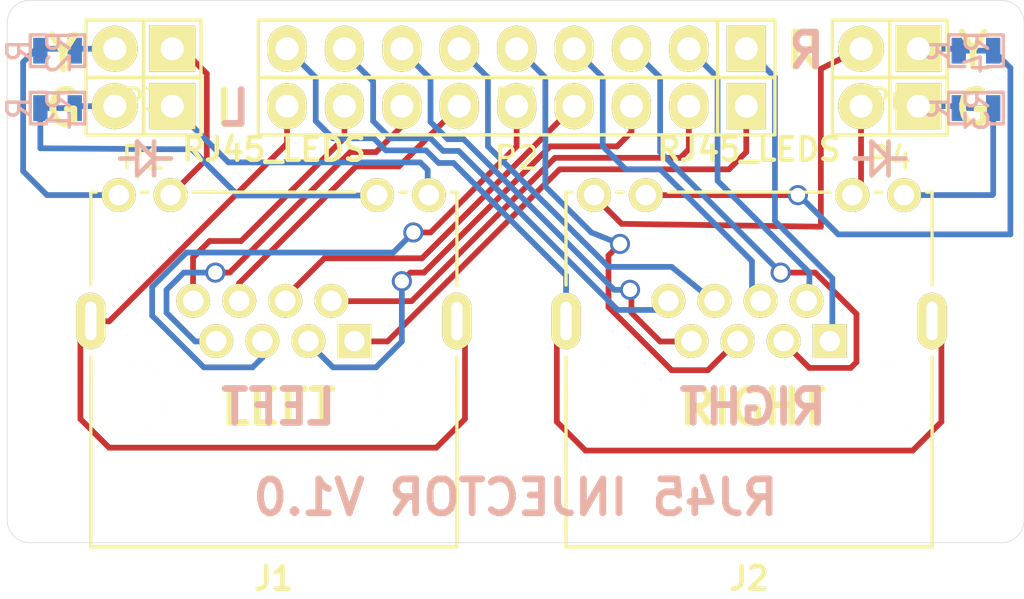
<source format=kicad_pcb>
(kicad_pcb (version 4) (host pcbnew "(2015-01-08 BZR 5360)-product")

  (general
    (links 36)
    (no_connects 0)
    (area 59.50174 59.987299 105.012701 86.6356)
    (thickness 1.6)
    (drawings 45)
    (tracks 201)
    (zones 0)
    (modules 12)
    (nets 27)
  )

  (page A3)
  (layers
    (0 F.Cu signal)
    (31 B.Cu signal)
    (32 B.Adhes user)
    (33 F.Adhes user)
    (34 B.Paste user)
    (35 F.Paste user)
    (36 B.SilkS user)
    (37 F.SilkS user)
    (38 B.Mask user)
    (39 F.Mask user)
    (40 Dwgs.User user)
    (41 Cmts.User user)
    (42 Eco1.User user)
    (43 Eco2.User user)
    (44 Edge.Cuts user)
  )

  (setup
    (last_trace_width 0.254)
    (trace_clearance 0.254)
    (zone_clearance 0.508)
    (zone_45_only no)
    (trace_min 0.254)
    (segment_width 0.2)
    (edge_width 0.0254)
    (via_size 0.889)
    (via_drill 0.635)
    (via_min_size 0.889)
    (via_min_drill 0.508)
    (uvia_size 0.508)
    (uvia_drill 0.127)
    (uvias_allowed no)
    (uvia_min_size 0.508)
    (uvia_min_drill 0.127)
    (pcb_text_width 0.3)
    (pcb_text_size 1.5 1.5)
    (mod_edge_width 0.15)
    (mod_text_size 1 1)
    (mod_text_width 0.15)
    (pad_size 1.1 1.1)
    (pad_drill 1.1)
    (pad_to_mask_clearance 0)
    (aux_axis_origin 0 0)
    (visible_elements FFFCFFBF)
    (pcbplotparams
      (layerselection 0x00030_80000001)
      (usegerberextensions true)
      (excludeedgelayer true)
      (linewidth 0.150000)
      (plotframeref false)
      (viasonmask false)
      (mode 1)
      (useauxorigin false)
      (hpglpennumber 1)
      (hpglpenspeed 20)
      (hpglpendiameter 15)
      (hpglpenoverlay 2)
      (psnegative false)
      (psa4output false)
      (plotreference true)
      (plotvalue true)
      (plotinvisibletext false)
      (padsonsilk false)
      (subtractmaskfromsilk false)
      (outputformat 1)
      (mirror false)
      (drillshape 0)
      (scaleselection 1)
      (outputdirectory ""))
  )

  (net 0 "")
  (net 1 "Net-(J1-Pad1)")
  (net 2 "Net-(J1-Pad3)")
  (net 3 "Net-(J1-Pad2)")
  (net 4 "Net-(J1-Pad4)")
  (net 5 "Net-(J1-Pad5)")
  (net 6 "Net-(J1-Pad6)")
  (net 7 "Net-(J1-Pad7)")
  (net 8 "Net-(J1-Pad8)")
  (net 9 "Net-(J1-PadGA)")
  (net 10 "Net-(J1-PadGK)")
  (net 11 "Net-(J1-PadYA)")
  (net 12 "Net-(J1-PadYK)")
  (net 13 "Net-(J2-Pad1)")
  (net 14 "Net-(J2-Pad3)")
  (net 15 "Net-(J2-Pad2)")
  (net 16 "Net-(J2-Pad4)")
  (net 17 "Net-(J2-Pad5)")
  (net 18 "Net-(J2-Pad6)")
  (net 19 "Net-(J2-Pad7)")
  (net 20 "Net-(J2-Pad8)")
  (net 21 "Net-(J2-PadGA)")
  (net 22 "Net-(J2-PadGK)")
  (net 23 "Net-(J2-PadYA)")
  (net 24 "Net-(J2-PadYK)")
  (net 25 "Net-(J1-Pad13)")
  (net 26 "Net-(J2-Pad13)")

  (net_class Default "This is the default net class."
    (clearance 0.254)
    (trace_width 0.254)
    (via_dia 0.889)
    (via_drill 0.635)
    (uvia_dia 0.508)
    (uvia_drill 0.127)
    (add_net "Net-(J1-Pad1)")
    (add_net "Net-(J1-Pad13)")
    (add_net "Net-(J1-Pad2)")
    (add_net "Net-(J1-Pad3)")
    (add_net "Net-(J1-Pad4)")
    (add_net "Net-(J1-Pad5)")
    (add_net "Net-(J1-Pad6)")
    (add_net "Net-(J1-Pad7)")
    (add_net "Net-(J1-Pad8)")
    (add_net "Net-(J1-PadGA)")
    (add_net "Net-(J1-PadGK)")
    (add_net "Net-(J1-PadYA)")
    (add_net "Net-(J1-PadYK)")
    (add_net "Net-(J2-Pad1)")
    (add_net "Net-(J2-Pad13)")
    (add_net "Net-(J2-Pad2)")
    (add_net "Net-(J2-Pad3)")
    (add_net "Net-(J2-Pad4)")
    (add_net "Net-(J2-Pad5)")
    (add_net "Net-(J2-Pad6)")
    (add_net "Net-(J2-Pad7)")
    (add_net "Net-(J2-Pad8)")
    (add_net "Net-(J2-PadGA)")
    (add_net "Net-(J2-PadGK)")
    (add_net "Net-(J2-PadYA)")
    (add_net "Net-(J2-PadYK)")
  )

  (module Pin_Headers:Pin_Header_Straight_1x02 (layer F.Cu) (tedit 54AF6012) (tstamp 54B35A69)
    (at 66.035 62.145 180)
    (descr "Through hole pin header")
    (tags "pin header")
    (path /54A07FEC)
    (fp_text reference P3 (at 0 -2.286 180) (layer F.SilkS)
      (effects (font (size 1 1) (thickness 0.15)))
    )
    (fp_text value CONN_2 (at 0 0 180) (layer F.SilkS) hide
      (effects (font (size 1 1) (thickness 0.15)))
    )
    (fp_line (start 0 -1.27) (end 0 1.27) (layer F.SilkS) (width 0.15))
    (fp_line (start -2.54 -1.27) (end -2.54 1.27) (layer F.SilkS) (width 0.15))
    (fp_line (start -2.54 1.27) (end 0 1.27) (layer F.SilkS) (width 0.15))
    (fp_line (start 0 1.27) (end 2.54 1.27) (layer F.SilkS) (width 0.15))
    (fp_line (start 2.54 1.27) (end 2.54 -1.27) (layer F.SilkS) (width 0.15))
    (fp_line (start 2.54 -1.27) (end -2.54 -1.27) (layer F.SilkS) (width 0.15))
    (pad 1 thru_hole rect (at -1.27 0 180) (size 2.032 2.032) (drill 1.016) (layers *.Cu *.Mask F.SilkS)
      (net 12 "Net-(J1-PadYK)"))
    (pad 2 thru_hole oval (at 1.27 0 180) (size 2.032 2.032) (drill 1.016) (layers *.Cu *.Mask F.SilkS)
      (net 11 "Net-(J1-PadYA)"))
    (model Pin_Headers/Pin_Header_Straight_1x02.wrl
      (at (xyz 0 0 0))
      (scale (xyz 1 1 1))
      (rotate (xyz 0 0 0))
    )
  )

  (module Pin_Headers:Pin_Header_Straight_1x02 (layer F.Cu) (tedit 54AF6012) (tstamp 54B01781)
    (at 66.035 64.685 180)
    (descr "Through hole pin header")
    (tags "pin header")
    (path /54A07FA0)
    (fp_text reference P1 (at 0 -2.286 180) (layer F.SilkS)
      (effects (font (size 1 1) (thickness 0.15)))
    )
    (fp_text value CONN_2 (at 0 0 180) (layer F.SilkS) hide
      (effects (font (size 1 1) (thickness 0.15)))
    )
    (fp_line (start 0 -1.27) (end 0 1.27) (layer F.SilkS) (width 0.15))
    (fp_line (start -2.54 -1.27) (end -2.54 1.27) (layer F.SilkS) (width 0.15))
    (fp_line (start -2.54 1.27) (end 0 1.27) (layer F.SilkS) (width 0.15))
    (fp_line (start 0 1.27) (end 2.54 1.27) (layer F.SilkS) (width 0.15))
    (fp_line (start 2.54 1.27) (end 2.54 -1.27) (layer F.SilkS) (width 0.15))
    (fp_line (start 2.54 -1.27) (end -2.54 -1.27) (layer F.SilkS) (width 0.15))
    (pad 1 thru_hole rect (at -1.27 0 180) (size 2.032 2.032) (drill 1.016) (layers *.Cu *.Mask F.SilkS)
      (net 10 "Net-(J1-PadGK)"))
    (pad 2 thru_hole oval (at 1.27 0 180) (size 2.032 2.032) (drill 1.016) (layers *.Cu *.Mask F.SilkS)
      (net 9 "Net-(J1-PadGA)"))
    (model Pin_Headers/Pin_Header_Straight_1x02.wrl
      (at (xyz 0 0 0))
      (scale (xyz 1 1 1))
      (rotate (xyz 0 0 0))
    )
  )

  (module Pin_Headers:Pin_Header_Straight_1x09 (layer F.Cu) (tedit 54AF6012) (tstamp 54B01795)
    (at 82.545 64.685 180)
    (descr "Through hole pin header")
    (tags "pin header")
    (path /54A07E0E)
    (fp_text reference P2 (at 0 -2.286 180) (layer F.SilkS)
      (effects (font (size 1 1) (thickness 0.15)))
    )
    (fp_text value CONN_9 (at 0 0 180) (layer F.SilkS) hide
      (effects (font (size 1 1) (thickness 0.15)))
    )
    (fp_line (start -8.89 -1.27) (end 11.43 -1.27) (layer F.SilkS) (width 0.15))
    (fp_line (start 11.43 -1.27) (end 11.43 1.27) (layer F.SilkS) (width 0.15))
    (fp_line (start 11.43 1.27) (end -8.89 1.27) (layer F.SilkS) (width 0.15))
    (fp_line (start -11.43 -1.27) (end -8.89 -1.27) (layer F.SilkS) (width 0.15))
    (fp_line (start -8.89 -1.27) (end -8.89 1.27) (layer F.SilkS) (width 0.15))
    (fp_line (start -11.43 -1.27) (end -11.43 1.27) (layer F.SilkS) (width 0.15))
    (fp_line (start -11.43 1.27) (end -8.89 1.27) (layer F.SilkS) (width 0.15))
    (pad 1 thru_hole rect (at -10.16 0 180) (size 1.7272 2.032) (drill 1.016) (layers *.Cu *.Mask F.SilkS)
      (net 1 "Net-(J1-Pad1)"))
    (pad 2 thru_hole oval (at -7.62 0 180) (size 1.7272 2.032) (drill 1.016) (layers *.Cu *.Mask F.SilkS)
      (net 3 "Net-(J1-Pad2)"))
    (pad 3 thru_hole oval (at -5.08 0 180) (size 1.7272 2.032) (drill 1.016) (layers *.Cu *.Mask F.SilkS)
      (net 2 "Net-(J1-Pad3)"))
    (pad 4 thru_hole oval (at -2.54 0 180) (size 1.7272 2.032) (drill 1.016) (layers *.Cu *.Mask F.SilkS)
      (net 4 "Net-(J1-Pad4)"))
    (pad 5 thru_hole oval (at 0 0 180) (size 1.7272 2.032) (drill 1.016) (layers *.Cu *.Mask F.SilkS)
      (net 5 "Net-(J1-Pad5)"))
    (pad 6 thru_hole oval (at 2.54 0 180) (size 1.7272 2.032) (drill 1.016) (layers *.Cu *.Mask F.SilkS)
      (net 6 "Net-(J1-Pad6)"))
    (pad 7 thru_hole oval (at 5.08 0 180) (size 1.7272 2.032) (drill 1.016) (layers *.Cu *.Mask F.SilkS)
      (net 7 "Net-(J1-Pad7)"))
    (pad 8 thru_hole oval (at 7.62 0 180) (size 1.7272 2.032) (drill 1.016) (layers *.Cu *.Mask F.SilkS)
      (net 8 "Net-(J1-Pad8)"))
    (pad 9 thru_hole oval (at 10.16 0 180) (size 1.7272 2.032) (drill 1.016) (layers *.Cu *.Mask F.SilkS)
      (net 25 "Net-(J1-Pad13)"))
    (model Pin_Headers/Pin_Header_Straight_1x09.wrl
      (at (xyz 0 0 0))
      (scale (xyz 1 1 1))
      (rotate (xyz 0 0 0))
    )
  )

  (module Pin_Headers:Pin_Header_Straight_1x02 (layer F.Cu) (tedit 54AF6012) (tstamp 54B017A1)
    (at 99.055 64.685 180)
    (descr "Through hole pin header")
    (tags "pin header")
    (path /54A07FFB)
    (fp_text reference P4 (at 0 -2.286 180) (layer F.SilkS)
      (effects (font (size 1 1) (thickness 0.15)))
    )
    (fp_text value CONN_2 (at 0 0 180) (layer F.SilkS) hide
      (effects (font (size 1 1) (thickness 0.15)))
    )
    (fp_line (start 0 -1.27) (end 0 1.27) (layer F.SilkS) (width 0.15))
    (fp_line (start -2.54 -1.27) (end -2.54 1.27) (layer F.SilkS) (width 0.15))
    (fp_line (start -2.54 1.27) (end 0 1.27) (layer F.SilkS) (width 0.15))
    (fp_line (start 0 1.27) (end 2.54 1.27) (layer F.SilkS) (width 0.15))
    (fp_line (start 2.54 1.27) (end 2.54 -1.27) (layer F.SilkS) (width 0.15))
    (fp_line (start 2.54 -1.27) (end -2.54 -1.27) (layer F.SilkS) (width 0.15))
    (pad 1 thru_hole rect (at -1.27 0 180) (size 2.032 2.032) (drill 1.016) (layers *.Cu *.Mask F.SilkS)
      (net 22 "Net-(J2-PadGK)"))
    (pad 2 thru_hole oval (at 1.27 0 180) (size 2.032 2.032) (drill 1.016) (layers *.Cu *.Mask F.SilkS)
      (net 21 "Net-(J2-PadGA)"))
    (model Pin_Headers/Pin_Header_Straight_1x02.wrl
      (at (xyz 0 0 0))
      (scale (xyz 1 1 1))
      (rotate (xyz 0 0 0))
    )
  )

  (module Pin_Headers:Pin_Header_Straight_1x09 (layer F.Cu) (tedit 54AF6012) (tstamp 54B017B5)
    (at 82.545 62.145 180)
    (descr "Through hole pin header")
    (tags "pin header")
    (path /54A07E1D)
    (fp_text reference P5 (at 0 -2.286 180) (layer F.SilkS)
      (effects (font (size 1 1) (thickness 0.15)))
    )
    (fp_text value CONN_9 (at 0 0 180) (layer F.SilkS) hide
      (effects (font (size 1 1) (thickness 0.15)))
    )
    (fp_line (start -8.89 -1.27) (end 11.43 -1.27) (layer F.SilkS) (width 0.15))
    (fp_line (start 11.43 -1.27) (end 11.43 1.27) (layer F.SilkS) (width 0.15))
    (fp_line (start 11.43 1.27) (end -8.89 1.27) (layer F.SilkS) (width 0.15))
    (fp_line (start -11.43 -1.27) (end -8.89 -1.27) (layer F.SilkS) (width 0.15))
    (fp_line (start -8.89 -1.27) (end -8.89 1.27) (layer F.SilkS) (width 0.15))
    (fp_line (start -11.43 -1.27) (end -11.43 1.27) (layer F.SilkS) (width 0.15))
    (fp_line (start -11.43 1.27) (end -8.89 1.27) (layer F.SilkS) (width 0.15))
    (pad 1 thru_hole rect (at -10.16 0 180) (size 1.7272 2.032) (drill 1.016) (layers *.Cu *.Mask F.SilkS)
      (net 13 "Net-(J2-Pad1)"))
    (pad 2 thru_hole oval (at -7.62 0 180) (size 1.7272 2.032) (drill 1.016) (layers *.Cu *.Mask F.SilkS)
      (net 15 "Net-(J2-Pad2)"))
    (pad 3 thru_hole oval (at -5.08 0 180) (size 1.7272 2.032) (drill 1.016) (layers *.Cu *.Mask F.SilkS)
      (net 14 "Net-(J2-Pad3)"))
    (pad 4 thru_hole oval (at -2.54 0 180) (size 1.7272 2.032) (drill 1.016) (layers *.Cu *.Mask F.SilkS)
      (net 16 "Net-(J2-Pad4)"))
    (pad 5 thru_hole oval (at 0 0 180) (size 1.7272 2.032) (drill 1.016) (layers *.Cu *.Mask F.SilkS)
      (net 17 "Net-(J2-Pad5)"))
    (pad 6 thru_hole oval (at 2.54 0 180) (size 1.7272 2.032) (drill 1.016) (layers *.Cu *.Mask F.SilkS)
      (net 18 "Net-(J2-Pad6)"))
    (pad 7 thru_hole oval (at 5.08 0 180) (size 1.7272 2.032) (drill 1.016) (layers *.Cu *.Mask F.SilkS)
      (net 19 "Net-(J2-Pad7)"))
    (pad 8 thru_hole oval (at 7.62 0 180) (size 1.7272 2.032) (drill 1.016) (layers *.Cu *.Mask F.SilkS)
      (net 20 "Net-(J2-Pad8)"))
    (pad 9 thru_hole oval (at 10.16 0 180) (size 1.7272 2.032) (drill 1.016) (layers *.Cu *.Mask F.SilkS)
      (net 26 "Net-(J2-Pad13)"))
    (model Pin_Headers/Pin_Header_Straight_1x09.wrl
      (at (xyz 0 0 0))
      (scale (xyz 1 1 1))
      (rotate (xyz 0 0 0))
    )
  )

  (module Pin_Headers:Pin_Header_Straight_1x02 (layer F.Cu) (tedit 54AF6012) (tstamp 54B017C1)
    (at 99.055 62.145 180)
    (descr "Through hole pin header")
    (tags "pin header")
    (path /54A0800A)
    (fp_text reference P6 (at 0 -2.286 180) (layer F.SilkS)
      (effects (font (size 1 1) (thickness 0.15)))
    )
    (fp_text value CONN_2 (at 0 0 180) (layer F.SilkS) hide
      (effects (font (size 1 1) (thickness 0.15)))
    )
    (fp_line (start 0 -1.27) (end 0 1.27) (layer F.SilkS) (width 0.15))
    (fp_line (start -2.54 -1.27) (end -2.54 1.27) (layer F.SilkS) (width 0.15))
    (fp_line (start -2.54 1.27) (end 0 1.27) (layer F.SilkS) (width 0.15))
    (fp_line (start 0 1.27) (end 2.54 1.27) (layer F.SilkS) (width 0.15))
    (fp_line (start 2.54 1.27) (end 2.54 -1.27) (layer F.SilkS) (width 0.15))
    (fp_line (start 2.54 -1.27) (end -2.54 -1.27) (layer F.SilkS) (width 0.15))
    (pad 1 thru_hole rect (at -1.27 0 180) (size 2.032 2.032) (drill 1.016) (layers *.Cu *.Mask F.SilkS)
      (net 24 "Net-(J2-PadYK)"))
    (pad 2 thru_hole oval (at 1.27 0 180) (size 2.032 2.032) (drill 1.016) (layers *.Cu *.Mask F.SilkS)
      (net 23 "Net-(J2-PadYA)"))
    (model Pin_Headers/Pin_Header_Straight_1x02.wrl
      (at (xyz 0 0 0))
      (scale (xyz 1 1 1))
      (rotate (xyz 0 0 0))
    )
  )

  (module SMD_Packages:SMD-0603_r (layer B.Cu) (tedit 54B09A14) (tstamp 54B359B3)
    (at 62.23 64.77)
    (path /54B0A2CA)
    (attr smd)
    (fp_text reference R1 (at 0.0635 0.0635 270) (layer B.SilkS)
      (effects (font (size 1 1) (thickness 0.15)) (justify mirror))
    )
    (fp_text value R (at -1.69926 0 270) (layer B.SilkS)
      (effects (font (size 1 1) (thickness 0.15)) (justify mirror))
    )
    (fp_line (start -0.50038 0.6985) (end -1.2065 0.6985) (layer B.SilkS) (width 0.15))
    (fp_line (start -1.2065 0.6985) (end -1.2065 -0.6985) (layer B.SilkS) (width 0.15))
    (fp_line (start -1.2065 -0.6985) (end -0.50038 -0.6985) (layer B.SilkS) (width 0.15))
    (fp_line (start 1.2065 0.6985) (end 0.50038 0.6985) (layer B.SilkS) (width 0.15))
    (fp_line (start 1.2065 0.6985) (end 1.2065 -0.6985) (layer B.SilkS) (width 0.15))
    (fp_line (start 1.2065 -0.6985) (end 0.50038 -0.6985) (layer B.SilkS) (width 0.15))
    (pad 1 smd rect (at -0.762 0) (size 0.635 1.143) (layers B.Cu B.Paste B.Mask)
      (net 9 "Net-(J1-PadGA)"))
    (pad 2 smd rect (at 0.762 0) (size 0.635 1.143) (layers B.Cu B.Paste B.Mask)
      (net 9 "Net-(J1-PadGA)"))
    (model SMD_Packages/SMD-0603_r.wrl
      (at (xyz 0 0 0.001))
      (scale (xyz 0.5 0.5 0.5))
      (rotate (xyz 0 0 0))
    )
  )

  (module SMD_Packages:SMD-0603_r (layer B.Cu) (tedit 54B09A14) (tstamp 54B359BF)
    (at 62.23 62.23)
    (path /54B0A2A2)
    (attr smd)
    (fp_text reference R2 (at 0.0635 0.0635 270) (layer B.SilkS)
      (effects (font (size 1 1) (thickness 0.15)) (justify mirror))
    )
    (fp_text value R (at -1.69926 0 270) (layer B.SilkS)
      (effects (font (size 1 1) (thickness 0.15)) (justify mirror))
    )
    (fp_line (start -0.50038 0.6985) (end -1.2065 0.6985) (layer B.SilkS) (width 0.15))
    (fp_line (start -1.2065 0.6985) (end -1.2065 -0.6985) (layer B.SilkS) (width 0.15))
    (fp_line (start -1.2065 -0.6985) (end -0.50038 -0.6985) (layer B.SilkS) (width 0.15))
    (fp_line (start 1.2065 0.6985) (end 0.50038 0.6985) (layer B.SilkS) (width 0.15))
    (fp_line (start 1.2065 0.6985) (end 1.2065 -0.6985) (layer B.SilkS) (width 0.15))
    (fp_line (start 1.2065 -0.6985) (end 0.50038 -0.6985) (layer B.SilkS) (width 0.15))
    (pad 1 smd rect (at -0.762 0) (size 0.635 1.143) (layers B.Cu B.Paste B.Mask)
      (net 11 "Net-(J1-PadYA)"))
    (pad 2 smd rect (at 0.762 0) (size 0.635 1.143) (layers B.Cu B.Paste B.Mask)
      (net 11 "Net-(J1-PadYA)"))
    (model SMD_Packages/SMD-0603_r.wrl
      (at (xyz 0 0 0.001))
      (scale (xyz 0.5 0.5 0.5))
      (rotate (xyz 0 0 0))
    )
  )

  (module SMD_Packages:SMD-0603_r (layer B.Cu) (tedit 54B09A14) (tstamp 54B359CB)
    (at 102.87 64.77)
    (path /54B0A24D)
    (attr smd)
    (fp_text reference R3 (at 0.0635 0.0635 270) (layer B.SilkS)
      (effects (font (size 1 1) (thickness 0.15)) (justify mirror))
    )
    (fp_text value R (at -1.69926 0 270) (layer B.SilkS)
      (effects (font (size 1 1) (thickness 0.15)) (justify mirror))
    )
    (fp_line (start -0.50038 0.6985) (end -1.2065 0.6985) (layer B.SilkS) (width 0.15))
    (fp_line (start -1.2065 0.6985) (end -1.2065 -0.6985) (layer B.SilkS) (width 0.15))
    (fp_line (start -1.2065 -0.6985) (end -0.50038 -0.6985) (layer B.SilkS) (width 0.15))
    (fp_line (start 1.2065 0.6985) (end 0.50038 0.6985) (layer B.SilkS) (width 0.15))
    (fp_line (start 1.2065 0.6985) (end 1.2065 -0.6985) (layer B.SilkS) (width 0.15))
    (fp_line (start 1.2065 -0.6985) (end 0.50038 -0.6985) (layer B.SilkS) (width 0.15))
    (pad 1 smd rect (at -0.762 0) (size 0.635 1.143) (layers B.Cu B.Paste B.Mask)
      (net 22 "Net-(J2-PadGK)"))
    (pad 2 smd rect (at 0.762 0) (size 0.635 1.143) (layers B.Cu B.Paste B.Mask)
      (net 22 "Net-(J2-PadGK)"))
    (model SMD_Packages/SMD-0603_r.wrl
      (at (xyz 0 0 0.001))
      (scale (xyz 0.5 0.5 0.5))
      (rotate (xyz 0 0 0))
    )
  )

  (module SMD_Packages:SMD-0603_r (layer B.Cu) (tedit 54B09A14) (tstamp 54B359D7)
    (at 102.87 62.23)
    (path /54B0A219)
    (attr smd)
    (fp_text reference R4 (at 0.0635 0.0635 270) (layer B.SilkS)
      (effects (font (size 1 1) (thickness 0.15)) (justify mirror))
    )
    (fp_text value R (at -1.69926 0 270) (layer B.SilkS)
      (effects (font (size 1 1) (thickness 0.15)) (justify mirror))
    )
    (fp_line (start -0.50038 0.6985) (end -1.2065 0.6985) (layer B.SilkS) (width 0.15))
    (fp_line (start -1.2065 0.6985) (end -1.2065 -0.6985) (layer B.SilkS) (width 0.15))
    (fp_line (start -1.2065 -0.6985) (end -0.50038 -0.6985) (layer B.SilkS) (width 0.15))
    (fp_line (start 1.2065 0.6985) (end 0.50038 0.6985) (layer B.SilkS) (width 0.15))
    (fp_line (start 1.2065 0.6985) (end 1.2065 -0.6985) (layer B.SilkS) (width 0.15))
    (fp_line (start 1.2065 -0.6985) (end 0.50038 -0.6985) (layer B.SilkS) (width 0.15))
    (pad 1 smd rect (at -0.762 0) (size 0.635 1.143) (layers B.Cu B.Paste B.Mask)
      (net 24 "Net-(J2-PadYK)"))
    (pad 2 smd rect (at 0.762 0) (size 0.635 1.143) (layers B.Cu B.Paste B.Mask)
      (net 24 "Net-(J2-PadYK)"))
    (model SMD_Packages/SMD-0603_r.wrl
      (at (xyz 0 0 0.001))
      (scale (xyz 0.5 0.5 0.5))
      (rotate (xyz 0 0 0))
    )
  )

  (module Connectors:RJ45_LEDs (layer F.Cu) (tedit 54B1DC7D) (tstamp 54B0186A)
    (at 96.4 75.08 180)
    (tags RJ45)
    (path /54AF6193)
    (fp_text reference J2 (at 3.57 -10.5 360) (layer F.SilkS)
      (effects (font (size 1 1) (thickness 0.2032)))
    )
    (fp_text value RJ45_LEDS (at 3.57 8.48 360) (layer F.SilkS)
      (effects (font (size 1.00076 1.00076) (thickness 0.2032)))
    )
    (fp_line (start -4.29 6.59) (end -4.53 6.59) (layer F.SilkS) (width 0.15))
    (fp_line (start -2 6.59) (end -2.29 6.59) (layer F.SilkS) (width 0.15))
    (fp_line (start 7.14 6.59) (end -0.01 6.59) (layer F.SilkS) (width 0.15))
    (fp_line (start 11.43 6.59) (end 11.67 6.59) (layer F.SilkS) (width 0.15))
    (fp_line (start 9.43 6.59) (end 9.14 6.59) (layer F.SilkS) (width 0.15))
    (fp_line (start -4.53 2.48) (end -4.53 6.59) (layer F.SilkS) (width 0.15))
    (fp_line (start 11.67 6.59) (end 11.67 2.48) (layer F.SilkS) (width 0.15))
    (fp_line (start 11.67 -0.7) (end 11.67 -9.11) (layer F.SilkS) (width 0.15))
    (fp_line (start 11.67 -9.11) (end -4.53 -9.11) (layer F.SilkS) (width 0.15))
    (fp_line (start -4.53 -9.11) (end -4.53 -0.7) (layer F.SilkS) (width 0.15))
    (pad 1 thru_hole rect (at 0 0) (size 1.5 1.5) (drill 0.9) (layers *.Cu *.Mask F.SilkS)
      (net 13 "Net-(J2-Pad1)"))
    (pad 2 thru_hole circle (at 1.02 1.78) (size 1.5 1.5) (drill 0.9) (layers *.Cu *.Mask F.SilkS)
      (net 15 "Net-(J2-Pad2)"))
    (pad 3 thru_hole circle (at 2.04 0) (size 1.5 1.5) (drill 0.9) (layers *.Cu *.Mask F.SilkS)
      (net 14 "Net-(J2-Pad3)"))
    (pad 4 thru_hole circle (at 3.06 1.78) (size 1.5 1.5) (drill 0.9) (layers *.Cu *.Mask F.SilkS)
      (net 16 "Net-(J2-Pad4)"))
    (pad 5 thru_hole circle (at 4.08 0) (size 1.5 1.5) (drill 0.9) (layers *.Cu *.Mask F.SilkS)
      (net 17 "Net-(J2-Pad5)"))
    (pad 6 thru_hole circle (at 5.1 1.78) (size 1.5 1.5) (drill 0.9) (layers *.Cu *.Mask F.SilkS)
      (net 18 "Net-(J2-Pad6)"))
    (pad 7 thru_hole circle (at 6.12 0) (size 1.5 1.5) (drill 0.9) (layers *.Cu *.Mask F.SilkS)
      (net 19 "Net-(J2-Pad7)"))
    (pad 8 thru_hole circle (at 7.14 1.78) (size 1.5 1.5) (drill 0.9) (layers *.Cu *.Mask F.SilkS)
      (net 20 "Net-(J2-Pad8)"))
    (pad 13 thru_hole oval (at -4.53 0.89) (size 1.3 2.5) (drill oval 0.5 1.7) (layers *.Cu *.Mask F.SilkS)
      (net 26 "Net-(J2-Pad13)"))
    (pad 13 thru_hole oval (at 11.67 0.89) (size 1.3 2.5) (drill oval 0.5 1.7) (layers *.Cu *.Mask F.SilkS)
      (net 26 "Net-(J2-Pad13)"))
    (pad GA thru_hole circle (at -1 6.46) (size 1.5 1.5) (drill 0.9) (layers *.Cu *.Mask F.SilkS)
      (net 21 "Net-(J2-PadGA)"))
    (pad "" np_thru_hole circle (at -2.78 -2.54) (size 3.25 3.25) (drill 3.25) (layers *.Cu *.Mask F.SilkS))
    (pad "" np_thru_hole circle (at 9.92 -2.54) (size 3.25 3.25) (drill 3.25) (layers *.Cu *.Mask F.SilkS))
    (pad GK thru_hole circle (at -3.29 6.46) (size 1.5 1.5) (drill 0.9) (layers *.Cu *.Mask F.SilkS)
      (net 22 "Net-(J2-PadGK)"))
    (pad YA thru_hole circle (at 10.43 6.46) (size 1.5 1.5) (drill 0.9) (layers *.Cu *.Mask F.SilkS)
      (net 23 "Net-(J2-PadYA)"))
    (pad YK thru_hole circle (at 8.14 6.46) (size 1.5 1.5) (drill 0.9) (layers *.Cu *.Mask F.SilkS)
      (net 24 "Net-(J2-PadYK)"))
  )

  (module Connectors:RJ45_LEDs (layer F.Cu) (tedit 54B1DC7D) (tstamp 54B167F9)
    (at 75.37 75.08 180)
    (tags RJ45)
    (path /54AF6093)
    (fp_text reference J1 (at 3.57 -10.5 360) (layer F.SilkS)
      (effects (font (size 1 1) (thickness 0.2032)))
    )
    (fp_text value RJ45_LEDS (at 3.57 8.48 360) (layer F.SilkS)
      (effects (font (size 1.00076 1.00076) (thickness 0.2032)))
    )
    (fp_line (start -4.29 6.59) (end -4.53 6.59) (layer F.SilkS) (width 0.15))
    (fp_line (start -2 6.59) (end -2.29 6.59) (layer F.SilkS) (width 0.15))
    (fp_line (start 7.14 6.59) (end -0.01 6.59) (layer F.SilkS) (width 0.15))
    (fp_line (start 11.43 6.59) (end 11.67 6.59) (layer F.SilkS) (width 0.15))
    (fp_line (start 9.43 6.59) (end 9.14 6.59) (layer F.SilkS) (width 0.15))
    (fp_line (start -4.53 2.48) (end -4.53 6.59) (layer F.SilkS) (width 0.15))
    (fp_line (start 11.67 6.59) (end 11.67 2.48) (layer F.SilkS) (width 0.15))
    (fp_line (start 11.67 -0.7) (end 11.67 -9.11) (layer F.SilkS) (width 0.15))
    (fp_line (start 11.67 -9.11) (end -4.53 -9.11) (layer F.SilkS) (width 0.15))
    (fp_line (start -4.53 -9.11) (end -4.53 -0.7) (layer F.SilkS) (width 0.15))
    (pad 1 thru_hole rect (at 0 0) (size 1.5 1.5) (drill 0.9) (layers *.Cu *.Mask F.SilkS)
      (net 1 "Net-(J1-Pad1)"))
    (pad 2 thru_hole circle (at 1.02 1.78) (size 1.5 1.5) (drill 0.9) (layers *.Cu *.Mask F.SilkS)
      (net 3 "Net-(J1-Pad2)"))
    (pad 3 thru_hole circle (at 2.04 0) (size 1.5 1.5) (drill 0.9) (layers *.Cu *.Mask F.SilkS)
      (net 2 "Net-(J1-Pad3)"))
    (pad 4 thru_hole circle (at 3.06 1.78) (size 1.5 1.5) (drill 0.9) (layers *.Cu *.Mask F.SilkS)
      (net 4 "Net-(J1-Pad4)"))
    (pad 5 thru_hole circle (at 4.08 0) (size 1.5 1.5) (drill 0.9) (layers *.Cu *.Mask F.SilkS)
      (net 5 "Net-(J1-Pad5)"))
    (pad 6 thru_hole circle (at 5.1 1.78) (size 1.5 1.5) (drill 0.9) (layers *.Cu *.Mask F.SilkS)
      (net 6 "Net-(J1-Pad6)"))
    (pad 7 thru_hole circle (at 6.12 0) (size 1.5 1.5) (drill 0.9) (layers *.Cu *.Mask F.SilkS)
      (net 7 "Net-(J1-Pad7)"))
    (pad 8 thru_hole circle (at 7.14 1.78) (size 1.5 1.5) (drill 0.9) (layers *.Cu *.Mask F.SilkS)
      (net 8 "Net-(J1-Pad8)"))
    (pad 13 thru_hole oval (at -4.53 0.89) (size 1.3 2.5) (drill oval 0.5 1.7) (layers *.Cu *.Mask F.SilkS)
      (net 25 "Net-(J1-Pad13)"))
    (pad 13 thru_hole oval (at 11.67 0.89) (size 1.3 2.5) (drill oval 0.5 1.7) (layers *.Cu *.Mask F.SilkS)
      (net 25 "Net-(J1-Pad13)"))
    (pad GA thru_hole circle (at -1 6.46) (size 1.5 1.5) (drill 0.9) (layers *.Cu *.Mask F.SilkS)
      (net 9 "Net-(J1-PadGA)"))
    (pad "" np_thru_hole circle (at -2.78 -2.54) (size 3.25 3.25) (drill 3.25) (layers *.Cu *.Mask F.SilkS))
    (pad "" np_thru_hole circle (at 9.92 -2.54) (size 3.25 3.25) (drill 3.25) (layers *.Cu *.Mask F.SilkS))
    (pad GK thru_hole circle (at -3.29 6.46) (size 1.5 1.5) (drill 0.9) (layers *.Cu *.Mask F.SilkS)
      (net 10 "Net-(J1-PadGK)"))
    (pad YA thru_hole circle (at 10.43 6.46) (size 1.5 1.5) (drill 0.9) (layers *.Cu *.Mask F.SilkS)
      (net 11 "Net-(J1-PadYA)"))
    (pad YK thru_hole circle (at 8.14 6.46) (size 1.5 1.5) (drill 0.9) (layers *.Cu *.Mask F.SilkS)
      (net 12 "Net-(J1-PadYK)"))
  )

  (gr_line (start 105 61) (end 105 83) (angle 90) (layer Edge.Cuts) (width 0.0254))
  (gr_line (start 61 60) (end 104 60) (angle 90) (layer Edge.Cuts) (width 0.0254))
  (gr_line (start 60 83) (end 60 61) (angle 90) (layer Edge.Cuts) (width 0.0254))
  (gr_line (start 104 84) (end 61 84) (angle 90) (layer Edge.Cuts) (width 0.0254))
  (gr_arc (start 61 83) (end 61 84) (angle 90) (layer Edge.Cuts) (width 0.0254))
  (gr_arc (start 104 83) (end 105 83) (angle 90) (layer Edge.Cuts) (width 0.0254))
  (gr_arc (start 61 61) (end 60 61) (angle 90) (layer Edge.Cuts) (width 0.0254))
  (gr_arc (start 104 61) (end 104 60) (angle 90) (layer Edge.Cuts) (width 0.0254))
  (gr_text "RJ45 INJECTOR V1.0\n" (at 82.5 82) (layer B.SilkS)
    (effects (font (size 1.5 1.5) (thickness 0.3)) (justify mirror))
  )
  (gr_line (start 98.25 66.25) (end 99 67) (angle 90) (layer F.SilkS) (width 0.2) (tstamp 54B16234))
  (gr_line (start 99 67) (end 98.25 67.75) (angle 90) (layer F.SilkS) (width 0.2) (tstamp 54B16233))
  (gr_line (start 98.25 67.75) (end 98.25 66.25) (angle 90) (layer F.SilkS) (width 0.2) (tstamp 54B16232))
  (gr_line (start 99 66.25) (end 99 67.75) (angle 90) (layer F.SilkS) (width 0.2) (tstamp 54B16231))
  (gr_line (start 99 67) (end 99.75 67) (angle 90) (layer F.SilkS) (width 0.2) (tstamp 54B16230))
  (gr_line (start 98.25 67) (end 97.5 67) (angle 90) (layer F.SilkS) (width 0.2) (tstamp 54B1622F))
  (gr_line (start 98.25 67) (end 97.5 67) (angle 90) (layer B.SilkS) (width 0.2) (tstamp 54B1622E))
  (gr_line (start 99 67) (end 99.75 67) (angle 90) (layer B.SilkS) (width 0.2) (tstamp 54B1622D))
  (gr_line (start 99 67.75) (end 99 66.25) (angle 90) (layer B.SilkS) (width 0.2) (tstamp 54B1622C))
  (gr_line (start 98.25 66.25) (end 98.25 67.75) (angle 90) (layer B.SilkS) (width 0.2) (tstamp 54B1622B))
  (gr_line (start 99 67) (end 98.25 66.25) (angle 90) (layer B.SilkS) (width 0.2) (tstamp 54B1622A))
  (gr_line (start 98.25 67.75) (end 99 67) (angle 90) (layer B.SilkS) (width 0.2) (tstamp 54B16229))
  (gr_line (start 65.75 67.75) (end 66.5 67) (angle 90) (layer B.SilkS) (width 0.2) (tstamp 54B16202))
  (gr_line (start 66.5 67) (end 65.75 66.25) (angle 90) (layer B.SilkS) (width 0.2) (tstamp 54B16203))
  (gr_line (start 65.75 66.25) (end 65.75 67.75) (angle 90) (layer B.SilkS) (width 0.2) (tstamp 54B16204))
  (gr_line (start 66.5 67.75) (end 66.5 66.25) (angle 90) (layer B.SilkS) (width 0.2) (tstamp 54B16205))
  (gr_line (start 66.5 67) (end 67.25 67) (angle 90) (layer B.SilkS) (width 0.2) (tstamp 54B16206))
  (gr_line (start 65.75 67) (end 65 67) (angle 90) (layer B.SilkS) (width 0.2) (tstamp 54B16207))
  (gr_line (start 65.75 67) (end 65 67) (angle 90) (layer F.SilkS) (width 0.2))
  (gr_line (start 66.5 67) (end 67.25 67) (angle 90) (layer F.SilkS) (width 0.2))
  (gr_line (start 66.5 66.25) (end 66.5 67.75) (angle 90) (layer F.SilkS) (width 0.2))
  (gr_line (start 65.75 67.75) (end 65.75 66.25) (angle 90) (layer F.SilkS) (width 0.2))
  (gr_line (start 66.5 67) (end 65.75 67.75) (angle 90) (layer F.SilkS) (width 0.2))
  (gr_line (start 65.75 66.25) (end 66.5 67) (angle 90) (layer F.SilkS) (width 0.2))
  (gr_text G (at 102.743 64.77) (layer F.SilkS)
    (effects (font (size 1.5 1.5) (thickness 0.3)))
  )
  (gr_text Y (at 102.743 62.23) (layer F.SilkS)
    (effects (font (size 1.5 1.5) (thickness 0.3)))
  )
  (gr_text G (at 62.484 64.77) (layer F.SilkS)
    (effects (font (size 1.5 1.5) (thickness 0.3)))
  )
  (gr_text "Y\n" (at 62.484 62.357) (layer F.SilkS)
    (effects (font (size 1.5 1.5) (thickness 0.3)))
  )
  (gr_text R (at 95.377 62.23) (layer B.SilkS)
    (effects (font (size 1.5 1.5) (thickness 0.3)) (justify mirror))
  )
  (gr_text L (at 70.104 64.77) (layer B.SilkS)
    (effects (font (size 1.5 1.5) (thickness 0.3)) (justify mirror))
  )
  (gr_text LEFT (at 72 78) (layer B.SilkS)
    (effects (font (size 1.5 1.5) (thickness 0.3)) (justify mirror))
  )
  (gr_text RIGHT (at 93 78) (layer B.SilkS)
    (effects (font (size 1.5 1.5) (thickness 0.3)) (justify mirror))
  )
  (gr_text RIGHT (at 93 78) (layer F.SilkS)
    (effects (font (size 1.5 1.5) (thickness 0.3)))
  )
  (gr_text "LEFT\n" (at 72 78) (layer F.SilkS)
    (effects (font (size 1.5 1.5) (thickness 0.3)))
  )
  (gr_text R (at 95.25 62.23) (layer F.SilkS)
    (effects (font (size 1.5 1.5) (thickness 0.3)))
  )
  (gr_text L (at 69.85 64.77) (layer F.SilkS)
    (effects (font (size 1.5 1.5) (thickness 0.3)))
  )

  (segment (start 75.365 75.095) (end 76.834 75.095) (width 0.254) (layer F.Cu) (net 1) (status 10))
  (segment (start 76.834 75.095) (end 84.45 67.479) (width 0.254) (layer F.Cu) (net 1) (tstamp 54AE30ED))
  (segment (start 84.45 67.479) (end 91.943 67.479) (width 0.254) (layer F.Cu) (net 1) (tstamp 54AE30EF))
  (segment (start 91.943 67.479) (end 92.705 66.717) (width 0.254) (layer F.Cu) (net 1) (tstamp 54AE30F1))
  (segment (start 92.705 66.717) (end 92.705 64.685) (width 0.254) (layer F.Cu) (net 1) (tstamp 54AE30F2) (status 20))
  (segment (start 73.325 75.15) (end 74.417 76.242) (width 0.254) (layer B.Cu) (net 2) (tstamp 54AE310E) (status 10))
  (segment (start 73.325 75.095) (end 73.325 75.15) (width 0.254) (layer B.Cu) (net 2) (status 30))
  (segment (start 74.417 76.242) (end 76.322 76.242) (width 0.254) (layer B.Cu) (net 2) (tstamp 54AE310F))
  (segment (start 78.441152 72.051) (end 84.029156 66.462996) (width 0.254) (layer F.Cu) (net 2) (tstamp 54AE3117))
  (segment (start 77.465 72.432) (end 77.846 72.051) (width 0.254) (layer F.Cu) (net 2) (tstamp 54AE3115))
  (segment (start 77.846 72.051) (end 78.441152 72.051) (width 0.254) (layer F.Cu) (net 2) (tstamp 54AE3116))
  (segment (start 76.322 76.242) (end 77.465 75.099) (width 0.254) (layer B.Cu) (net 2) (tstamp 54AE3111))
  (segment (start 77.465 75.099) (end 77.465 72.432) (width 0.254) (layer B.Cu) (net 2) (tstamp 54AE3112))
  (via (at 77.465 72.432) (size 0.889) (layers F.Cu B.Cu) (net 2))
  (segment (start 87.625 65.827996) (end 87.625 64.685) (width 0.254) (layer F.Cu) (net 2) (tstamp 54AE311B) (status 20))
  (segment (start 86.99 66.462996) (end 87.625 65.827996) (width 0.254) (layer F.Cu) (net 2) (tstamp 54AE311A))
  (segment (start 84.029156 66.462996) (end 86.99 66.462996) (width 0.254) (layer F.Cu) (net 2) (tstamp 54AE3118))
  (segment (start 74.345 73.315) (end 77.895576 73.315) (width 0.254) (layer F.Cu) (net 3) (status 10))
  (segment (start 77.895576 73.315) (end 84.239578 66.970998) (width 0.254) (layer F.Cu) (net 3) (tstamp 54AE30F8))
  (segment (start 90.165 66.589998) (end 90.165 64.685) (width 0.254) (layer F.Cu) (net 3) (tstamp 54AE30FC) (status 20))
  (segment (start 84.239578 66.970998) (end 89.784 66.970998) (width 0.254) (layer F.Cu) (net 3) (tstamp 54AE30FA))
  (segment (start 89.784 66.970998) (end 90.165 66.589998) (width 0.254) (layer F.Cu) (net 3) (tstamp 54AE30FB))
  (segment (start 72.305 73.147) (end 74.036 71.416) (width 0.254) (layer F.Cu) (net 4) (tstamp 54AE3143) (status 10))
  (segment (start 72.305 73.315) (end 72.305 73.147) (width 0.254) (layer F.Cu) (net 4) (status 30))
  (segment (start 74.036 71.416) (end 78.357728 71.416) (width 0.254) (layer F.Cu) (net 4) (tstamp 54AE3144))
  (segment (start 78.357728 71.416) (end 85.085 64.688728) (width 0.254) (layer F.Cu) (net 4) (tstamp 54AE3148) (status 20))
  (segment (start 85.085 64.688728) (end 85.085 64.685) (width 0.254) (layer F.Cu) (net 4) (tstamp 54AE314B) (status 30))
  (segment (start 78.735 70.273) (end 77.973 70.273) (width 0.254) (layer F.Cu) (net 5) (tstamp 54AE31A6))
  (segment (start 82.545 66.463) (end 78.735 70.273) (width 0.254) (layer F.Cu) (net 5) (tstamp 54AE31A1))
  (via (at 77.973 70.273) (size 0.889) (layers F.Cu B.Cu) (net 5))
  (segment (start 77.084 71.162) (end 77.973 70.273) (width 0.254) (layer B.Cu) (net 5) (tstamp 54AE3242))
  (segment (start 71.285 75.818) (end 70.861 76.242) (width 0.254) (layer B.Cu) (net 5) (tstamp 54AE322E) (status 10))
  (segment (start 70.861 76.242) (end 68.702 76.242) (width 0.254) (layer B.Cu) (net 5) (tstamp 54AE3230))
  (segment (start 71.285 75.095) (end 71.285 75.818) (width 0.254) (layer B.Cu) (net 5) (status 30))
  (segment (start 67.94 71.162) (end 77.084 71.162) (width 0.254) (layer B.Cu) (net 5) (tstamp 54AE323E))
  (segment (start 68.702 76.242) (end 66.416 73.956) (width 0.254) (layer B.Cu) (net 5) (tstamp 54AE3234))
  (segment (start 66.416 73.956) (end 66.416 72.686) (width 0.254) (layer B.Cu) (net 5) (tstamp 54AE3237))
  (segment (start 66.416 72.686) (end 67.94 71.162) (width 0.254) (layer B.Cu) (net 5) (tstamp 54AE323C))
  (segment (start 82.545 64.685) (end 82.545 66.463) (width 0.254) (layer F.Cu) (net 5) (status 10))
  (segment (start 70.265 72.52) (end 75.433 67.352) (width 0.254) (layer F.Cu) (net 6) (tstamp 54AE31F5))
  (segment (start 75.433 67.352) (end 77.338 67.352) (width 0.254) (layer F.Cu) (net 6) (tstamp 54AE31F9))
  (segment (start 70.265 73.315) (end 70.265 72.52) (width 0.254) (layer F.Cu) (net 6) (status 10))
  (segment (start 77.338 67.352) (end 80.005 64.685) (width 0.254) (layer F.Cu) (net 6) (tstamp 54AE3200) (status 20))
  (segment (start 69.245 75.095) (end 68.317 75.095) (width 0.254) (layer B.Cu) (net 7) (status 10))
  (segment (start 68.317 75.095) (end 67.051 73.829) (width 0.254) (layer B.Cu) (net 7) (tstamp 54AE320B))
  (segment (start 67.051 73.829) (end 67.051 72.813) (width 0.254) (layer B.Cu) (net 7) (tstamp 54AE320E))
  (segment (start 67.051 72.813) (end 67.813 72.051) (width 0.254) (layer B.Cu) (net 7) (tstamp 54AE3210))
  (segment (start 67.813 72.051) (end 69.21 72.051) (width 0.254) (layer B.Cu) (net 7) (tstamp 54AE3212))
  (via (at 69.21 72.051) (size 0.889) (layers F.Cu B.Cu) (net 7))
  (segment (start 69.21 72.051) (end 69.845 72.051) (width 0.254) (layer F.Cu) (net 7) (tstamp 54AE321D))
  (segment (start 69.845 72.051) (end 75.179 66.717) (width 0.254) (layer F.Cu) (net 7) (tstamp 54AE321E))
  (segment (start 75.179 66.717) (end 76.322 66.717) (width 0.254) (layer F.Cu) (net 7) (tstamp 54AE3222))
  (segment (start 76.322 66.717) (end 77.465 65.574) (width 0.254) (layer F.Cu) (net 7) (tstamp 54AE3227) (status 20))
  (segment (start 77.465 65.574) (end 77.465 64.685) (width 0.254) (layer F.Cu) (net 7) (tstamp 54AE3229) (status 30))
  (segment (start 68.225 71.385) (end 68.956 70.654) (width 0.254) (layer F.Cu) (net 8) (tstamp 54AE3251))
  (segment (start 68.956 70.654) (end 70.353 70.654) (width 0.254) (layer F.Cu) (net 8) (tstamp 54AE3253))
  (segment (start 70.353 70.654) (end 74.925 66.082) (width 0.254) (layer F.Cu) (net 8) (tstamp 54AE325A))
  (segment (start 68.225 73.315) (end 68.225 71.385) (width 0.254) (layer F.Cu) (net 8) (status 10))
  (segment (start 74.925 66.082) (end 74.925 64.685) (width 0.254) (layer F.Cu) (net 8) (tstamp 54AE325E) (status 20))
  (segment (start 68.1686 66.59) (end 66.802 66.59) (width 0.254) (layer B.Cu) (net 9) (tstamp 54B16AC3))
  (segment (start 70.2176 68.639) (end 68.1686 66.59) (width 0.254) (layer B.Cu) (net 9) (tstamp 54B16AC1))
  (segment (start 76.32 68.639) (end 70.2176 68.639) (width 0.254) (layer B.Cu) (net 9) (status 10))
  (segment (start 66.802 66.59) (end 61.468 66.548) (width 0.254) (layer B.Cu) (net 9))
  (segment (start 61.468 66.548) (end 61.468 64.77) (width 0.254) (layer B.Cu) (net 9) (tstamp 54B35B99) (status 20))
  (segment (start 61.468 64.77) (end 62.992 64.77) (width 0.254) (layer B.Cu) (net 9) (status 30))
  (segment (start 63.077 64.685) (end 62.992 64.77) (width 0.254) (layer B.Cu) (net 9) (tstamp 54B35B87) (status 30))
  (segment (start 63.077 64.685) (end 64.765 64.685) (width 0.254) (layer B.Cu) (net 9) (status 30))
  (segment (start 69.7942 67.1742) (end 67.305 64.685) (width 0.254) (layer B.Cu) (net 10) (tstamp 54B16ABD) (status 20))
  (segment (start 78.61 67.5064) (end 78.2778 67.1742) (width 0.254) (layer B.Cu) (net 10) (tstamp 54B16ABB))
  (segment (start 78.2778 67.1742) (end 69.7942 67.1742) (width 0.254) (layer B.Cu) (net 10) (tstamp 54B16ABC))
  (segment (start 78.61 68.639) (end 78.61 67.5064) (width 0.254) (layer B.Cu) (net 10) (status 10))
  (segment (start 60.706 67.564) (end 61.762 68.62) (width 0.254) (layer B.Cu) (net 11) (tstamp 54B35BD7))
  (segment (start 61.762 68.62) (end 64.94 68.62) (width 0.254) (layer B.Cu) (net 11) (tstamp 54B35BD8) (status 20))
  (segment (start 63.077 62.145) (end 62.992 62.23) (width 0.254) (layer B.Cu) (net 11) (tstamp 54B35B8B) (status 30))
  (segment (start 64.765 62.145) (end 63.077 62.145) (width 0.254) (layer B.Cu) (net 11) (status 30))
  (segment (start 63.077 62.145) (end 61.553 62.145) (width 0.254) (layer B.Cu) (net 11) (status 30))
  (segment (start 61.468 62.23) (end 61.553 62.145) (width 0.254) (layer B.Cu) (net 11) (tstamp 54B35B90) (status 30))
  (segment (start 60.706 62.738) (end 60.706 67.564) (width 0.254) (layer B.Cu) (net 11) (tstamp 54B35BD6))
  (segment (start 61.214 62.23) (end 60.706 62.738) (width 0.254) (layer B.Cu) (net 11) (tstamp 54B35BD5) (status 10))
  (segment (start 61.468 62.23) (end 61.214 62.23) (width 0.254) (layer B.Cu) (net 11) (status 30))
  (segment (start 68.834 67.016) (end 67.23 68.62) (width 0.254) (layer F.Cu) (net 12) (tstamp 54B35BE4) (status 20))
  (segment (start 68.834 63.246) (end 68.834 67.016) (width 0.254) (layer F.Cu) (net 12) (tstamp 54B35BE2))
  (segment (start 67.733 62.145) (end 68.834 63.246) (width 0.254) (layer F.Cu) (net 12) (tstamp 54B35BE1) (status 10))
  (segment (start 67.305 62.145) (end 67.733 62.145) (width 0.254) (layer F.Cu) (net 12) (status 30))
  (segment (start 96.515 72.305) (end 96.515 74.945) (width 0.254) (layer B.Cu) (net 13) (tstamp 54AE3438) (status 20))
  (segment (start 96.515 74.945) (end 96.365 75.095) (width 0.254) (layer B.Cu) (net 13) (tstamp 54AE343A) (status 30))
  (segment (start 92.705 62.145) (end 93.975 63.415) (width 0.254) (layer B.Cu) (net 13) (status 10))
  (segment (start 93.975 69.765) (end 96.515 72.305) (width 0.254) (layer B.Cu) (net 13) (tstamp 54AE3437))
  (segment (start 93.975 63.415) (end 93.975 69.765) (width 0.254) (layer B.Cu) (net 13) (tstamp 54AE3435))
  (segment (start 94.362 75.1304) (end 95.499 76.2674) (width 0.254) (layer F.Cu) (net 14) (tstamp 54B16B04) (status 10))
  (segment (start 94.362 75.099) (end 94.362 75.1304) (width 0.254) (layer F.Cu) (net 14) (status 30))
  (segment (start 95.499 76.2674) (end 97.3278 76.2674) (width 0.254) (layer F.Cu) (net 14) (tstamp 54B16B05))
  (segment (start 87.625 62.145) (end 88.895 63.415) (width 0.254) (layer B.Cu) (net 14) (status 10))
  (segment (start 88.895 63.415) (end 88.895 66.717) (width 0.254) (layer B.Cu) (net 14) (tstamp 54AE33F5))
  (segment (start 88.895 66.717) (end 94.229 72.051) (width 0.254) (layer B.Cu) (net 14) (tstamp 54AE33F8))
  (via (at 94.229 72.051) (size 0.889) (layers F.Cu B.Cu) (net 14))
  (segment (start 95.753 72.051) (end 94.229 72.051) (width 0.254) (layer F.Cu) (net 14) (tstamp 54B16B0B))
  (segment (start 97.5818 73.8798) (end 95.753 72.051) (width 0.254) (layer F.Cu) (net 14) (tstamp 54B16B09))
  (segment (start 97.5818 76.0134) (end 97.5818 73.8798) (width 0.254) (layer F.Cu) (net 14) (tstamp 54B16B08))
  (segment (start 97.3278 76.2674) (end 97.5818 76.0134) (width 0.254) (layer F.Cu) (net 14) (tstamp 54B16B07))
  (segment (start 91.435 63.415) (end 91.435 67.987) (width 0.254) (layer B.Cu) (net 15) (tstamp 54AE3424))
  (segment (start 91.435 67.987) (end 95.499 72.051) (width 0.254) (layer B.Cu) (net 15) (tstamp 54AE342D))
  (segment (start 95.499 72.051) (end 95.499 73.161) (width 0.254) (layer B.Cu) (net 15) (tstamp 54AE3431) (status 20))
  (segment (start 95.499 73.161) (end 95.345 73.315) (width 0.254) (layer B.Cu) (net 15) (tstamp 54AE3432) (status 30))
  (segment (start 90.165 62.145) (end 91.435 63.415) (width 0.254) (layer B.Cu) (net 15) (status 10))
  (segment (start 93.305 73.315) (end 92.959 72.969) (width 0.254) (layer B.Cu) (net 16) (status 30))
  (segment (start 87.371 67.479) (end 88.895 67.479) (width 0.254) (layer B.Cu) (net 16) (tstamp 54AE3367))
  (segment (start 88.895 67.479) (end 92.959 71.543) (width 0.254) (layer B.Cu) (net 16) (tstamp 54AE336A))
  (segment (start 92.959 72.969) (end 92.959 71.543) (width 0.254) (layer B.Cu) (net 16) (tstamp 54AE33F1) (status 10))
  (segment (start 85.085 62.145) (end 86.355 63.415) (width 0.254) (layer B.Cu) (net 16) (status 10))
  (segment (start 86.355 66.463) (end 87.371 67.479) (width 0.254) (layer B.Cu) (net 16) (tstamp 54AE3365))
  (segment (start 86.355 63.415) (end 86.355 66.463) (width 0.254) (layer B.Cu) (net 16) (tstamp 54AE3362))
  (segment (start 91.011 76.369) (end 89.403 76.369) (width 0.254) (layer F.Cu) (net 17) (tstamp 54AE37C0))
  (segment (start 92.285 75.095) (end 91.011 76.369) (width 0.254) (layer F.Cu) (net 17) (status 10))
  (segment (start 83.815 63.415) (end 82.545 62.145) (width 0.254) (layer B.Cu) (net 17) (status 20))
  (segment (start 89.403 76.369) (end 86.609 73.575) (width 0.254) (layer F.Cu) (net 17) (tstamp 54AE37C5))
  (segment (start 86.609 73.575) (end 86.609 71.289) (width 0.254) (layer F.Cu) (net 17) (tstamp 54AE37C9))
  (segment (start 86.609 71.289) (end 87.117 70.781) (width 0.254) (layer F.Cu) (net 17) (tstamp 54AE37CD))
  (via (at 87.117 70.781) (size 0.889) (layers F.Cu B.Cu) (net 17))
  (segment (start 85.847 70.273) (end 87.117 70.781) (width 0.254) (layer B.Cu) (net 17) (tstamp 54AE3488))
  (segment (start 83.815 68.241) (end 85.847 70.273) (width 0.254) (layer B.Cu) (net 17) (tstamp 54AE3486))
  (segment (start 83.815 63.415) (end 83.815 68.241) (width 0.254) (layer B.Cu) (net 17) (tstamp 54AE3482))
  (segment (start 81.275 66.463) (end 86.609 71.797) (width 0.254) (layer B.Cu) (net 18) (tstamp 54AE3499))
  (segment (start 89.403 71.797) (end 91.265 73.315) (width 0.254) (layer B.Cu) (net 18) (tstamp 54AE34A0) (status 20))
  (segment (start 86.609 71.797) (end 89.403 71.797) (width 0.254) (layer B.Cu) (net 18) (tstamp 54AE349C))
  (segment (start 81.275 63.415) (end 81.275 66.463) (width 0.254) (layer B.Cu) (net 18) (tstamp 54AE3496))
  (segment (start 80.005 62.145) (end 81.275 63.415) (width 0.254) (layer B.Cu) (net 18) (status 10))
  (segment (start 80.1955 66.1455) (end 86.863 72.813) (width 0.254) (layer B.Cu) (net 19) (tstamp 54B16A86))
  (segment (start 90.241 75.099) (end 90.245 75.095) (width 0.254) (layer F.Cu) (net 19) (tstamp 54AE3794) (status 30))
  (segment (start 88.895 75.099) (end 90.282 75.099) (width 0.254) (layer F.Cu) (net 19) (tstamp 54B16A8C) (status 20))
  (segment (start 77.465 62.2085) (end 78.735 63.4785) (width 0.254) (layer B.Cu) (net 19) (tstamp 54B16A81) (status 10))
  (segment (start 77.465 62.145) (end 77.465 62.2085) (width 0.254) (layer B.Cu) (net 19) (status 30))
  (segment (start 87.625 73.829) (end 88.895 75.099) (width 0.254) (layer F.Cu) (net 19) (tstamp 54B16A8B))
  (segment (start 87.625 72.8765) (end 87.625 73.829) (width 0.254) (layer F.Cu) (net 19) (tstamp 54B16A8A))
  (segment (start 87.5615 72.813) (end 87.625 72.8765) (width 0.254) (layer F.Cu) (net 19) (tstamp 54B16A89))
  (via (at 87.5615 72.813) (size 0.889) (layers F.Cu B.Cu) (net 19))
  (segment (start 86.863 72.813) (end 87.5615 72.813) (width 0.254) (layer B.Cu) (net 19) (tstamp 54B16A87))
  (segment (start 79.497 66.1455) (end 80.1955 66.1455) (width 0.254) (layer B.Cu) (net 19) (tstamp 54B16A85))
  (segment (start 78.735 65.3835) (end 79.497 66.1455) (width 0.254) (layer B.Cu) (net 19) (tstamp 54B16A84))
  (segment (start 78.735 63.4785) (end 78.735 65.3835) (width 0.254) (layer B.Cu) (net 19) (tstamp 54B16A82))
  (segment (start 79.9796 66.6662) (end 87.0154 73.702) (width 0.254) (layer B.Cu) (net 20) (tstamp 54B16AA7))
  (segment (start 79.2938 66.6662) (end 79.9796 66.6662) (width 0.254) (layer B.Cu) (net 20) (tstamp 54B16AA6))
  (segment (start 78.735 66.1074) (end 79.2938 66.6662) (width 0.254) (layer B.Cu) (net 20) (tstamp 54B16AA5))
  (segment (start 88.879 73.702) (end 89.262 73.319) (width 0.254) (layer B.Cu) (net 20) (tstamp 54B16AAA) (status 30))
  (segment (start 87.0154 73.702) (end 88.879 73.702) (width 0.254) (layer B.Cu) (net 20) (tstamp 54B16AA8) (status 20))
  (segment (start 76.957 66.1074) (end 78.735 66.1074) (width 0.254) (layer B.Cu) (net 20) (tstamp 54B16AA4))
  (segment (start 76.195 65.3454) (end 76.957 66.1074) (width 0.254) (layer B.Cu) (net 20) (tstamp 54B16AA3))
  (segment (start 76.195 63.5928) (end 76.195 65.3454) (width 0.254) (layer B.Cu) (net 20) (tstamp 54B16AA1))
  (segment (start 74.925 62.3228) (end 76.195 63.5928) (width 0.254) (layer B.Cu) (net 20) (tstamp 54B16AA0) (status 10))
  (segment (start 74.925 62.145) (end 74.925 62.3228) (width 0.254) (layer B.Cu) (net 20) (status 30))
  (segment (start 97.785 68.215) (end 97.785 64.685) (width 0.254) (layer F.Cu) (net 21) (tstamp 54AE3623) (status 30))
  (segment (start 97.365 68.635) (end 97.785 68.215) (width 0.254) (layer F.Cu) (net 21) (status 30))
  (segment (start 102.023 64.685) (end 102.108 64.77) (width 0.254) (layer B.Cu) (net 22) (tstamp 54B35C0C) (status 30))
  (segment (start 100.325 64.685) (end 102.023 64.685) (width 0.254) (layer B.Cu) (net 22) (status 30))
  (segment (start 102.108 64.77) (end 103.632 64.77) (width 0.254) (layer B.Cu) (net 22) (status 30))
  (segment (start 103.632 68.58) (end 103.592 68.62) (width 0.254) (layer B.Cu) (net 22) (tstamp 54B35C14))
  (segment (start 103.592 68.62) (end 99.69 68.62) (width 0.254) (layer B.Cu) (net 22) (tstamp 54B35C15) (status 20))
  (segment (start 103.632 64.77) (end 103.632 68.58) (width 0.254) (layer B.Cu) (net 22) (status 10))
  (segment (start 96.007 63.034) (end 97.785 62.145) (width 0.254) (layer F.Cu) (net 23) (tstamp 54AE37F3) (status 20))
  (segment (start 96.007 70.019) (end 96.007 63.034) (width 0.254) (layer F.Cu) (net 23) (tstamp 54AE37E6))
  (segment (start 87.192 69.892) (end 96.007 70.019) (width 0.254) (layer F.Cu) (net 23) (tstamp 54AE37E3))
  (segment (start 85.935 68.635) (end 87.192 69.892) (width 0.254) (layer F.Cu) (net 23) (status 10))
  (segment (start 88.225 68.635) (end 88.238 68.622) (width 0.254) (layer F.Cu) (net 24) (status 30))
  (segment (start 102.023 62.145) (end 102.108 62.23) (width 0.254) (layer B.Cu) (net 24) (tstamp 54B35C07) (status 30))
  (segment (start 100.325 62.145) (end 102.023 62.145) (width 0.254) (layer B.Cu) (net 24) (status 30))
  (segment (start 102.108 62.23) (end 103.632 62.23) (width 0.254) (layer B.Cu) (net 24) (status 30))
  (segment (start 95.038 68.622) (end 96.774 70.358) (width 0.254) (layer B.Cu) (net 24) (tstamp 54B35C18))
  (segment (start 96.774 70.358) (end 104.394 70.358) (width 0.254) (layer B.Cu) (net 24) (tstamp 54B35C19))
  (segment (start 104.394 70.358) (end 104.394 62.992) (width 0.254) (layer B.Cu) (net 24) (tstamp 54B35C1B))
  (segment (start 104.394 62.992) (end 103.632 62.23) (width 0.254) (layer B.Cu) (net 24) (tstamp 54B35C1D) (status 20))
  (segment (start 88.238 68.622) (end 94.991 68.622) (width 0.254) (layer F.Cu) (net 24) (tstamp 54AE381F) (status 10))
  (via (at 94.991 68.622) (size 0.889) (layers F.Cu B.Cu) (net 24))
  (segment (start 94.991 68.622) (end 95.038 68.622) (width 0.254) (layer B.Cu) (net 24))
  (segment (start 64.516 74.205) (end 72.385 66.336) (width 0.254) (layer F.Cu) (net 25) (tstamp 54AE3262))
  (segment (start 63.695 74.205) (end 64.516 74.205) (width 0.254) (layer F.Cu) (net 25) (status 10))
  (segment (start 63.241 74.659) (end 63.241 78.528) (width 0.254) (layer F.Cu) (net 25) (tstamp 54AE32A4) (status 10))
  (segment (start 63.241 78.528) (end 64.511 79.798) (width 0.254) (layer F.Cu) (net 25) (tstamp 54AE32B3))
  (segment (start 64.511 79.798) (end 78.989 79.798) (width 0.254) (layer F.Cu) (net 25) (tstamp 54AE32BA))
  (segment (start 78.989 79.798) (end 80.259 78.528) (width 0.254) (layer F.Cu) (net 25) (tstamp 54AE32BE))
  (segment (start 80.259 78.528) (end 80.259 74.569) (width 0.254) (layer F.Cu) (net 25) (tstamp 54AE32CA) (status 20))
  (segment (start 80.259 74.569) (end 79.895 74.205) (width 0.254) (layer F.Cu) (net 25) (tstamp 54AE32D5) (status 30))
  (segment (start 63.695 74.205) (end 63.241 74.659) (width 0.254) (layer F.Cu) (net 25) (status 30))
  (segment (start 72.385 66.336) (end 72.385 64.685) (width 0.254) (layer F.Cu) (net 25) (tstamp 54AE3266) (status 20))
  (segment (start 84.732 72.1806) (end 79.751 67.1996) (width 0.254) (layer B.Cu) (net 26) (tstamp 54B16AAE))
  (segment (start 79.751 67.1996) (end 79.0906 67.1996) (width 0.254) (layer B.Cu) (net 26) (tstamp 54B16AB0))
  (segment (start 79.0906 67.1996) (end 78.5318 66.6408) (width 0.254) (layer B.Cu) (net 26) (tstamp 54B16AB1))
  (segment (start 78.5318 66.6408) (end 76.7538 66.6408) (width 0.254) (layer B.Cu) (net 26) (tstamp 54B16AB2))
  (segment (start 76.7538 66.6408) (end 76.2204 66.1074) (width 0.254) (layer B.Cu) (net 26) (tstamp 54B16AB3))
  (segment (start 84.323 74.577) (end 84.323 78.655) (width 0.254) (layer F.Cu) (net 26) (tstamp 54AE358F) (status 10))
  (segment (start 84.323 78.655) (end 85.593 79.925) (width 0.254) (layer F.Cu) (net 26) (tstamp 54AE3593))
  (segment (start 85.593 79.925) (end 100.071 79.925) (width 0.254) (layer F.Cu) (net 26) (tstamp 54AE35A2))
  (segment (start 100.071 79.925) (end 101.341 78.655) (width 0.254) (layer F.Cu) (net 26) (tstamp 54AE35A5))
  (segment (start 101.341 78.655) (end 101.341 74.651) (width 0.254) (layer F.Cu) (net 26) (tstamp 54AE35AB) (status 20))
  (segment (start 101.341 74.651) (end 100.895 74.205) (width 0.254) (layer F.Cu) (net 26) (tstamp 54AE35AF) (status 30))
  (segment (start 84.695 74.205) (end 84.323 74.577) (width 0.254) (layer F.Cu) (net 26) (status 30))
  (segment (start 84.577 74.087) (end 84.695 74.205) (width 0.254) (layer B.Cu) (net 26) (tstamp 54AE3587) (status 30))
  (segment (start 76.2204 66.1074) (end 74.417 66.1074) (width 0.254) (layer B.Cu) (net 26) (tstamp 54B16AB4))
  (segment (start 74.417 66.1074) (end 73.655 65.3454) (width 0.254) (layer B.Cu) (net 26) (tstamp 54B16AB5))
  (segment (start 84.732 74.209) (end 84.732 72.1806) (width 0.254) (layer B.Cu) (net 26) (status 10))
  (segment (start 73.655 65.3454) (end 73.655 63.415) (width 0.254) (layer B.Cu) (net 26) (tstamp 54B16AB6))
  (segment (start 73.655 63.415) (end 72.385 62.145) (width 0.254) (layer B.Cu) (net 26) (tstamp 54B16AB7) (status 20))

)

</source>
